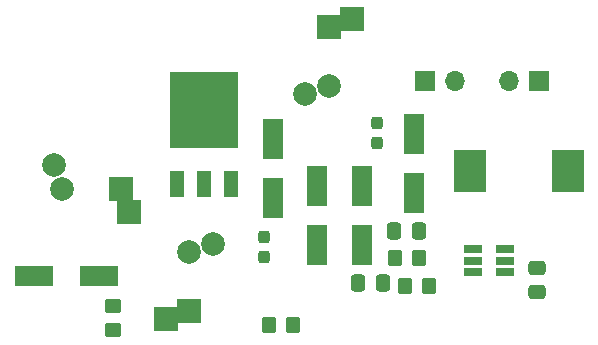
<source format=gts>
%TF.GenerationSoftware,KiCad,Pcbnew,(6.0.1)*%
%TF.CreationDate,2022-02-22T15:36:59+00:00*%
%TF.ProjectId,Phantom Power Supply,5068616e-746f-46d2-9050-6f7765722053,rev?*%
%TF.SameCoordinates,Original*%
%TF.FileFunction,Soldermask,Top*%
%TF.FilePolarity,Negative*%
%FSLAX46Y46*%
G04 Gerber Fmt 4.6, Leading zero omitted, Abs format (unit mm)*
G04 Created by KiCad (PCBNEW (6.0.1)) date 2022-02-22 15:36:59*
%MOMM*%
%LPD*%
G01*
G04 APERTURE LIST*
G04 Aperture macros list*
%AMRoundRect*
0 Rectangle with rounded corners*
0 $1 Rounding radius*
0 $2 $3 $4 $5 $6 $7 $8 $9 X,Y pos of 4 corners*
0 Add a 4 corners polygon primitive as box body*
4,1,4,$2,$3,$4,$5,$6,$7,$8,$9,$2,$3,0*
0 Add four circle primitives for the rounded corners*
1,1,$1+$1,$2,$3*
1,1,$1+$1,$4,$5*
1,1,$1+$1,$6,$7*
1,1,$1+$1,$8,$9*
0 Add four rect primitives between the rounded corners*
20,1,$1+$1,$2,$3,$4,$5,0*
20,1,$1+$1,$4,$5,$6,$7,0*
20,1,$1+$1,$6,$7,$8,$9,0*
20,1,$1+$1,$8,$9,$2,$3,0*%
G04 Aperture macros list end*
%ADD10O,1.700000X1.700000*%
%ADD11R,1.700000X1.700000*%
%ADD12R,1.560000X0.650000*%
%ADD13RoundRect,0.250000X0.450000X-0.350000X0.450000X0.350000X-0.450000X0.350000X-0.450000X-0.350000X0*%
%ADD14RoundRect,0.250000X0.350000X0.450000X-0.350000X0.450000X-0.350000X-0.450000X0.350000X-0.450000X0*%
%ADD15RoundRect,0.250000X-0.350000X-0.450000X0.350000X-0.450000X0.350000X0.450000X-0.350000X0.450000X0*%
%ADD16R,5.800000X6.400000*%
%ADD17R,1.200000X2.200000*%
%ADD18R,2.700000X3.600000*%
%ADD19R,3.300000X1.700000*%
%ADD20R,1.800000X3.500000*%
%ADD21R,2.000000X2.000000*%
%ADD22C,2.000000*%
%ADD23RoundRect,0.237500X0.237500X-0.300000X0.237500X0.300000X-0.237500X0.300000X-0.237500X-0.300000X0*%
%ADD24RoundRect,0.250000X-0.337500X-0.475000X0.337500X-0.475000X0.337500X0.475000X-0.337500X0.475000X0*%
%ADD25RoundRect,0.250000X0.337500X0.475000X-0.337500X0.475000X-0.337500X-0.475000X0.337500X-0.475000X0*%
%ADD26RoundRect,0.237500X-0.237500X0.300000X-0.237500X-0.300000X0.237500X-0.300000X0.237500X0.300000X0*%
%ADD27RoundRect,0.250000X-0.475000X0.337500X-0.475000X-0.337500X0.475000X-0.337500X0.475000X0.337500X0*%
G04 APERTURE END LIST*
D10*
%TO.C,J2 OUT*%
X87879000Y-51435000D03*
D11*
X85339000Y-51435000D03*
%TD*%
%TO.C,J1 IN*%
X95001000Y-51435000D03*
D10*
X92461000Y-51435000D03*
%TD*%
D12*
%TO.C,U1*%
X89455000Y-65725000D03*
X89455000Y-66675000D03*
X89455000Y-67625000D03*
X92155000Y-67625000D03*
X92155000Y-66675000D03*
X92155000Y-65725000D03*
%TD*%
D13*
%TO.C,R4*%
X58928000Y-72517000D03*
X58928000Y-70517000D03*
%TD*%
D14*
%TO.C,R3*%
X72152000Y-72113323D03*
X74152000Y-72113323D03*
%TD*%
D15*
%TO.C,R2*%
X82820000Y-66421000D03*
X84820000Y-66421000D03*
%TD*%
%TO.C,R1*%
X83693000Y-68834000D03*
X85693000Y-68834000D03*
%TD*%
D16*
%TO.C,Q1*%
X66675000Y-53907000D03*
D17*
X68955000Y-60207000D03*
X66675000Y-60207000D03*
X64395000Y-60207000D03*
%TD*%
D18*
%TO.C,L1*%
X97495000Y-59055000D03*
X89195000Y-59055000D03*
%TD*%
D19*
%TO.C,D5*%
X57741000Y-67945000D03*
X52241000Y-67945000D03*
%TD*%
D20*
%TO.C,D4*%
X72517000Y-56405323D03*
X72517000Y-61405323D03*
%TD*%
%TO.C,D3*%
X76200000Y-65365000D03*
X76200000Y-60365000D03*
%TD*%
%TO.C,D2*%
X80010000Y-60365000D03*
X80010000Y-65365000D03*
%TD*%
%TO.C,D1*%
X84455000Y-60920000D03*
X84455000Y-55920000D03*
%TD*%
D21*
%TO.C,C8*%
X77216000Y-46920323D03*
X79216000Y-46248179D03*
D22*
X77216000Y-51920323D03*
X75216000Y-52592467D03*
%TD*%
%TO.C,C7*%
X53960533Y-58579000D03*
X54632677Y-60579000D03*
D21*
X60304821Y-62579000D03*
X59632677Y-60579000D03*
%TD*%
%TO.C,C6*%
X65405000Y-70913000D03*
X63405000Y-71585144D03*
D22*
X65405000Y-65913000D03*
X67405000Y-65240856D03*
%TD*%
D23*
%TO.C,C5*%
X71755000Y-66371823D03*
X71755000Y-64646823D03*
%TD*%
D24*
%TO.C,C4*%
X79734500Y-68580000D03*
X81809500Y-68580000D03*
%TD*%
D25*
%TO.C,C3*%
X84857500Y-64135000D03*
X82782500Y-64135000D03*
%TD*%
D26*
%TO.C,C2*%
X81280000Y-55017500D03*
X81280000Y-56742500D03*
%TD*%
D27*
%TO.C,C1*%
X94869000Y-67288500D03*
X94869000Y-69363500D03*
%TD*%
M02*

</source>
